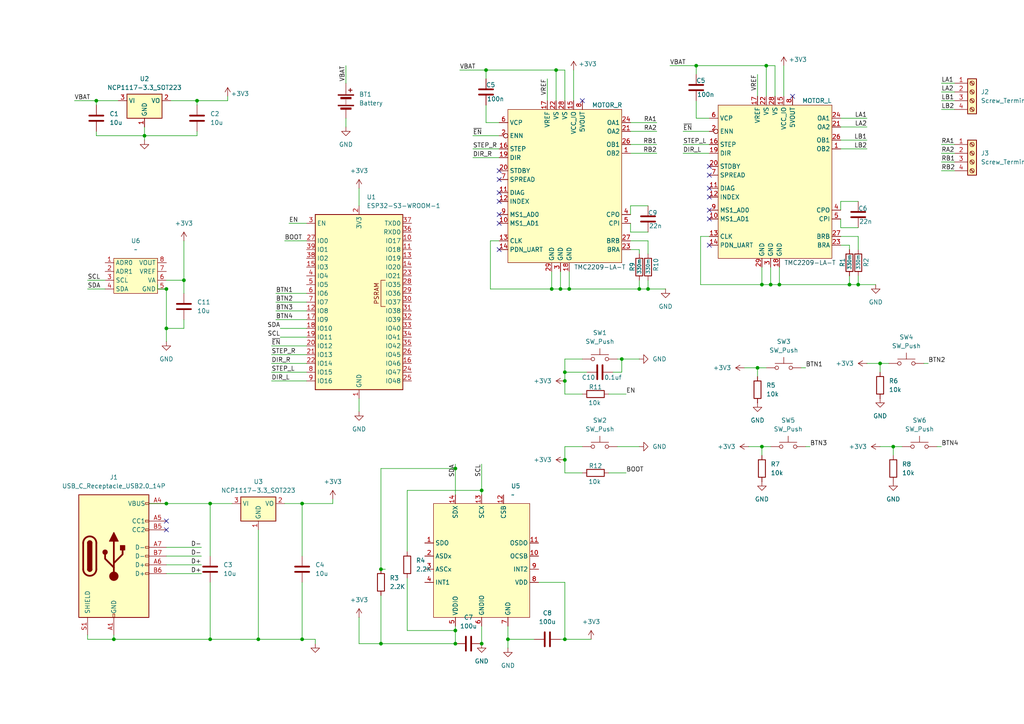
<source format=kicad_sch>
(kicad_sch (version 20250114) (generator "eeschema") (generator_version "9.0")
  (paper "A4")
  (lib_symbols
    (symbol "+3V3_1" (power) (pin_numbers (hide yes)) (pin_names (offset 0) (hide yes))
      (property "Value" "+3V3" (at 0 3.556 0))
      (symbol "+3V3_1_0_1"
        (polyline (pts (xy -0.762 1.27) (xy 0 2.54)))
        (polyline (pts (xy 0 2.54) (xy 0.762 1.27)))
        (polyline (pts (xy 0 0) (xy 0 2.54)))
      )
      (symbol "+3V3_1_1_1"
        (pin power_in line (at 0 0 90) (length 0) (name "~") (number "1"))
      )
    )
    (symbol "+3V3_2" (power) (pin_numbers (hide yes)) (pin_names (offset 0) (hide yes))
      (property "Value" "+3V3" (at 0 3.556 0))
      (symbol "+3V3_2_0_1"
        (polyline (pts (xy -0.762 1.27) (xy 0 2.54)))
        (polyline (pts (xy 0 2.54) (xy 0.762 1.27)))
        (polyline (pts (xy 0 0) (xy 0 2.54)))
      )
      (symbol "+3V3_2_1_1"
        (pin power_in line (at 0 0 90) (length 0) (name "~") (number "1"))
      )
    )
    (symbol "+3V3_3" (power) (pin_numbers (hide yes)) (pin_names (offset 0) (hide yes))
      (property "Value" "+3V3" (at 0 3.556 0))
      (symbol "+3V3_3_0_1"
        (polyline (pts (xy -0.762 1.27) (xy 0 2.54)))
        (polyline (pts (xy 0 2.54) (xy 0.762 1.27)))
        (polyline (pts (xy 0 0) (xy 0 2.54)))
      )
      (symbol "+3V3_3_1_1"
        (pin power_in line (at 0 0 90) (length 0) (name "~") (number "1"))
      )
    )
    (symbol "Connector:Screw_Terminal_01x04" (pin_names (offset 1.016) (hide yes))
      (property "Reference" "J" (at 0 5.08 0))
      (property "Value" "Screw_Terminal_01x04" (at 0 -7.62 0))
      (symbol "Screw_Terminal_01x04_1_1"
        (rectangle (start -1.27 3.81) (end 1.27 -6.35) (stroke (width 0.254)) (fill (type background)))
        (polyline (pts (xy -0.5334 2.8702) (xy 0.3302 2.032)) (stroke (width 0.1524)))
        (polyline (pts (xy -0.5334 0.3302) (xy 0.3302 -0.508)) (stroke (width 0.1524)))
        (polyline (pts (xy -0.5334 -2.2098) (xy 0.3302 -3.048)) (stroke (width 0.1524)))
        (polyline (pts (xy -0.5334 -4.7498) (xy 0.3302 -5.588)) (stroke (width 0.1524)))
        (polyline (pts (xy -0.3556 3.048) (xy 0.508 2.2098)) (stroke (width 0.1524)))
        (polyline (pts (xy -0.3556 0.508) (xy 0.508 -0.3302)) (stroke (width 0.1524)))
        (polyline (pts (xy -0.3556 -2.032) (xy 0.508 -2.8702)) (stroke (width 0.1524)))
        (polyline (pts (xy -0.3556 -4.572) (xy 0.508 -5.4102)) (stroke (width 0.1524)))
        (circle (center 0 2.54) (radius 0.635) (stroke (width 0.1524)))
        (circle (center 0 0) (radius 0.635) (stroke (width 0.1524)))
        (circle (center 0 -2.54) (radius 0.635) (stroke (width 0.1524)))
        (circle (center 0 -5.08) (radius 0.635) (stroke (width 0.1524)))
        (pin passive line (at -5.08 2.54 0) (length 3.81) (name "Pin_1") (number "1"))
        (pin passive line (at -5.08 0 0) (length 3.81) (name "Pin_2") (number "2"))
        (pin passive line (at -5.08 -2.54 0) (length 3.81) (name "Pin_3") (number "3"))
        (pin passive line (at -5.08 -5.08 0) (length 3.81) (name "Pin_4") (number "4"))
      )
    )
    (symbol "Connector:USB_C_Receptacle_USB2.0_14P" (pin_names (offset 1.016))
      (property "Reference" "J" (at 0 22.225 0))
      (property "Value" "USB_C_Receptacle_USB2.0_14P" (at 0 19.685 0))
      (symbol "USB_C_Receptacle_USB2.0_14P_0_0"
        (rectangle (start -0.254 -17.78) (end 0.254 -16.764))
        (rectangle (start 10.16 15.494) (end 9.144 14.986))
        (rectangle (start 10.16 10.414) (end 9.144 9.906))
        (rectangle (start 10.16 7.874) (end 9.144 7.366))
        (rectangle (start 10.16 2.794) (end 9.144 2.286))
        (rectangle (start 10.16 0.254) (end 9.144 -0.254))
        (rectangle (start 10.16 -2.286) (end 9.144 -2.794))
        (rectangle (start 10.16 -4.826) (end 9.144 -5.334))
      )
      (symbol "USB_C_Receptacle_USB2.0_14P_0_1"
        (rectangle (start -10.16 17.78) (end 10.16 -17.78) (stroke (width 0.254)) (fill (type background)))
        (polyline (pts (xy -8.89 -3.81) (xy -8.89 3.81)) (stroke (width 0.508)))
        (rectangle (start -7.62 -3.81) (end -6.35 3.81) (stroke (width 0.254)) (fill (type outline)))
        (arc (start -7.62 3.81) (mid -6.985 4.4423) (end -6.35 3.81) (stroke (width 0.254)))
        (arc (start -7.62 3.81) (mid -6.985 4.4423) (end -6.35 3.81) (stroke (width 0.254)) (fill (type outline)))
        (arc (start -8.89 3.81) (mid -6.985 5.7067) (end -5.08 3.81) (stroke (width 0.508)))
        (arc (start -5.08 -3.81) (mid -6.985 -5.7067) (end -8.89 -3.81) (stroke (width 0.508)))
        (arc (start -6.35 -3.81) (mid -6.985 -4.4423) (end -7.62 -3.81) (stroke (width 0.254)))
        (arc (start -6.35 -3.81) (mid -6.985 -4.4423) (end -7.62 -3.81) (stroke (width 0.254)) (fill (type outline)))
        (polyline (pts (xy -5.08 3.81) (xy -5.08 -3.81)) (stroke (width 0.508)))
        (circle (center -2.54 1.143) (radius 0.635) (stroke (width 0.254)) (fill (type outline)))
        (polyline (pts (xy -1.27 4.318) (xy 0 6.858) (xy 1.27 4.318) (xy -1.27 4.318)) (stroke (width 0.254)) (fill (type outline)))
        (polyline (pts (xy 0 -2.032) (xy 2.54 0.508) (xy 2.54 1.778)) (stroke (width 0.508)))
        (polyline (pts (xy 0 -3.302) (xy -2.54 -0.762) (xy -2.54 0.508)) (stroke (width 0.508)))
        (polyline (pts (xy 0 -5.842) (xy 0 4.318)) (stroke (width 0.508)))
        (circle (center 0 -5.842) (radius 1.27) (fill (type outline)))
        (rectangle (start 1.905 1.778) (end 3.175 3.048) (stroke (width 0.254)) (fill (type outline)))
      )
      (symbol "USB_C_Receptacle_USB2.0_14P_1_1"
        (pin passive line (at -7.62 -22.86 90) (length 5.08) (name "SHIELD") (number "S1"))
        (pin passive line (at 0 -22.86 90) (length 5.08) (name "GND") (number "A1"))
        (pin passive line (at 0 -22.86 90) (length 5.08) (hide yes) (name "GND") (number "A12"))
        (pin passive line (at 0 -22.86 90) (length 5.08) (hide yes) (name "GND") (number "B1"))
        (pin passive line (at 0 -22.86 90) (length 5.08) (hide yes) (name "GND") (number "B12"))
        (pin passive line (at 15.24 15.24 180) (length 5.08) (name "VBUS") (number "A4"))
        (pin passive line (at 15.24 15.24 180) (length 5.08) (hide yes) (name "VBUS") (number "A9"))
        (pin passive line (at 15.24 15.24 180) (length 5.08) (hide yes) (name "VBUS") (number "B4"))
        (pin passive line (at 15.24 15.24 180) (length 5.08) (hide yes) (name "VBUS") (number "B9"))
        (pin bidirectional line (at 15.24 10.16 180) (length 5.08) (name "CC1") (number "A5"))
        (pin bidirectional line (at 15.24 7.62 180) (length 5.08) (name "CC2") (number "B5"))
        (pin bidirectional line (at 15.24 2.54 180) (length 5.08) (name "D-") (number "A7"))
        (pin bidirectional line (at 15.24 0 180) (length 5.08) (name "D-") (number "B7"))
        (pin bidirectional line (at 15.24 -2.54 180) (length 5.08) (name "D+") (number "A6"))
        (pin bidirectional line (at 15.24 -5.08 180) (length 5.08) (name "D+") (number "B6"))
      )
    )
    (symbol "DAC081C:DAC081C08x_8-bit"
      (property "Reference" "U" (at 0 0 0))
      (symbol "DAC081C08x_8-bit_0_1"
        (rectangle (start -2.54 7.62) (end -2.54 7.62))
      )
      (symbol "DAC081C08x_8-bit_1_1"
        (rectangle (start -6.35 12.7) (end 6.35 2.54) (fill (type background)))
        (pin input line (at -8.89 11.43 0) (length 2.54) (name "ADR0") (number "1"))
        (pin input line (at -8.89 8.89 0) (length 2.54) (name "ADR1") (number "2"))
        (pin input line (at -8.89 6.35 0) (length 2.54) (name "SCL") (number "3"))
        (pin bidirectional line (at -8.89 3.81 0) (length 2.54) (name "SDA") (number "4"))
        (pin power_out line (at 8.89 11.43 180) (length 2.54) (name "VOUT") (number "8"))
        (pin power_in line (at 8.89 8.89 180) (length 2.54) (name "VREF") (number "7"))
        (pin power_in line (at 8.89 6.35 180) (length 2.54) (name "VA") (number "6"))
        (pin power_in line (at 8.89 3.81 180) (length 2.54) (name "GND") (number "5"))
      )
    )
    (symbol "Device:Battery" (pin_numbers (hide yes)) (pin_names (offset 0) (hide yes))
      (property "Reference" "BT" (at 2.54 2.54 0))
      (property "Value" "Battery" (at 2.54 0 0))
      (symbol "Battery_0_1"
        (rectangle (start -2.286 1.778) (end 2.286 1.524) (fill (type outline)))
        (rectangle (start -2.286 -1.27) (end 2.286 -1.524) (fill (type outline)))
        (rectangle (start -1.524 1.016) (end 1.524 0.508) (fill (type outline)))
        (rectangle (start -1.524 -2.032) (end 1.524 -2.54) (fill (type outline)))
        (polyline (pts (xy 0 1.778) (xy 0 2.54)))
        (polyline (pts (xy 0 0) (xy 0 0.254)))
        (polyline (pts (xy 0 -0.508) (xy 0 -0.254)))
        (polyline (pts (xy 0 -1.016) (xy 0 -0.762)))
        (polyline (pts (xy 0.762 3.048) (xy 1.778 3.048)) (stroke (width 0.254)))
        (polyline (pts (xy 1.27 3.556) (xy 1.27 2.54)) (stroke (width 0.254)))
      )
      (symbol "Battery_1_1"
        (pin passive line (at 0 5.08 270) (length 2.54) (name "+") (number "1"))
        (pin passive line (at 0 -5.08 90) (length 2.54) (name "-") (number "2"))
      )
    )
    (symbol "Device:C" (pin_numbers (hide yes)) (pin_names (offset 0.254))
      (property "Reference" "C" (at 0.635 2.54 0))
      (property "Value" "C" (at 0.635 -2.54 0))
      (symbol "C_0_1"
        (polyline (pts (xy -2.032 0.762) (xy 2.032 0.762)) (stroke (width 0.508)))
        (polyline (pts (xy -2.032 -0.762) (xy 2.032 -0.762)) (stroke (width 0.508)))
      )
      (symbol "C_1_1"
        (pin passive line (at 0 3.81 270) (length 2.794) (name "~") (number "1"))
        (pin passive line (at 0 -3.81 90) (length 2.794) (name "~") (number "2"))
      )
    )
    (symbol "Device:R" (pin_numbers (hide yes)) (pin_names (offset 0))
      (property "Reference" "R" (at 2.032 0 90))
      (property "Value" "R" (at 0 0 90))
      (symbol "R_0_1"
        (rectangle (start -1.016 -2.54) (end 1.016 2.54) (stroke (width 0.254)))
      )
      (symbol "R_1_1"
        (pin passive line (at 0 3.81 270) (length 1.27) (name "~") (number "1"))
        (pin passive line (at 0 -3.81 90) (length 1.27) (name "~") (number "2"))
      )
    )
    (symbol "GND_1" (power) (pin_numbers (hide yes)) (pin_names (offset 0) (hide yes))
      (property "Value" "GND" (at 0 -3.81 0))
      (symbol "GND_1_0_1"
        (polyline (pts (xy 0 0) (xy 0 -1.27) (xy 1.27 -1.27) (xy 0 -2.54) (xy -1.27 -1.27) (xy 0 -1.27)))
      )
      (symbol "GND_1_1_1"
        (pin power_in line (at 0 0 270) (length 0) (name "~") (number "1"))
      )
    )
    (symbol "GND_2" (power) (pin_numbers (hide yes)) (pin_names (offset 0) (hide yes))
      (property "Value" "GND" (at 0 -3.81 0))
      (symbol "GND_2_0_1"
        (polyline (pts (xy 0 0) (xy 0 -1.27) (xy 1.27 -1.27) (xy 0 -2.54) (xy -1.27 -1.27) (xy 0 -1.27)))
      )
      (symbol "GND_2_1_1"
        (pin power_in line (at 0 0 270) (length 0) (name "~") (number "1"))
      )
    )
    (symbol "GND_3" (power) (pin_numbers (hide yes)) (pin_names (offset 0) (hide yes))
      (property "Value" "GND" (at 0 -3.81 0))
      (symbol "GND_3_0_1"
        (polyline (pts (xy 0 0) (xy 0 -1.27) (xy 1.27 -1.27) (xy 0 -2.54) (xy -1.27 -1.27) (xy 0 -1.27)))
      )
      (symbol "GND_3_1_1"
        (pin power_in line (at 0 0 270) (length 0) (name "~") (number "1"))
      )
    )
    (symbol "GND_4" (power) (pin_numbers (hide yes)) (pin_names (offset 0) (hide yes))
      (property "Value" "GND" (at 0 -3.81 0))
      (symbol "GND_4_0_1"
        (polyline (pts (xy 0 0) (xy 0 -1.27) (xy 1.27 -1.27) (xy 0 -2.54) (xy -1.27 -1.27) (xy 0 -1.27)))
      )
      (symbol "GND_4_1_1"
        (pin power_in line (at 0 0 270) (length 0) (name "~") (number "1"))
      )
    )
    (symbol "RF_Module:ESP32-S3-WROOM-1"
      (property "Reference" "U" (at -12.7 26.67 0))
      (property "Value" "ESP32-S3-WROOM-1" (at 12.7 26.67 0))
      (symbol "ESP32-S3-WROOM-1_0_0"
        (rectangle (start -12.7 25.4) (end 12.7 -25.4) (stroke (width 0.254)) (fill (type background)))
        (text "PSRAM" (at 5.08 2.54 900) (effects (font (size 1.27 1.27))))
      )
      (symbol "ESP32-S3-WROOM-1_0_1"
        (polyline (pts (xy 7.62 -1.27) (xy 6.35 -1.27) (xy 6.35 6.35) (xy 7.62 6.35)))
      )
      (symbol "ESP32-S3-WROOM-1_1_1"
        (pin input line (at -15.24 22.86 0) (length 2.54) (name "EN") (number "3"))
        (pin bidirectional line (at -15.24 17.78 0) (length 2.54) (name "IO0") (number "27"))
        (pin bidirectional line (at -15.24 15.24 0) (length 2.54) (name "IO1") (number "39"))
        (pin bidirectional line (at -15.24 12.7 0) (length 2.54) (name "IO2") (number "38"))
        (pin bidirectional line (at -15.24 10.16 0) (length 2.54) (name "IO3") (number "15"))
        (pin bidirectional line (at -15.24 7.62 0) (length 2.54) (name "IO4") (number "4"))
        (pin bidirectional line (at -15.24 5.08 0) (length 2.54) (name "IO5") (number "5"))
        (pin bidirectional line (at -15.24 2.54 0) (length 2.54) (name "IO6") (number "6"))
        (pin bidirectional line (at -15.24 0 0) (length 2.54) (name "IO7") (number "7"))
        (pin bidirectional line (at -15.24 -2.54 0) (length 2.54) (name "IO8") (number "12"))
        (pin bidirectional line (at -15.24 -5.08 0) (length 2.54) (name "IO9") (number "17"))
        (pin bidirectional line (at -15.24 -7.62 0) (length 2.54) (name "IO10") (number "18"))
        (pin bidirectional line (at -15.24 -10.16 0) (length 2.54) (name "IO11") (number "19"))
        (pin bidirectional line (at -15.24 -12.7 0) (length 2.54) (name "IO12") (number "20"))
        (pin bidirectional line (at -15.24 -15.24 0) (length 2.54) (name "IO13") (number "21"))
        (pin bidirectional line (at -15.24 -17.78 0) (length 2.54) (name "IO14") (number "22"))
        (pin bidirectional line (at -15.24 -20.32 0) (length 2.54) (name "IO15") (number "8"))
        (pin bidirectional line (at -15.24 -22.86 0) (length 2.54) (name "IO16") (number "9"))
        (pin power_in line (at 0 27.94 270) (length 2.54) (name "3V3") (number "2"))
        (pin power_in line (at 0 -27.94 90) (length 2.54) (name "GND") (number "1"))
        (pin passive line (at 0 -27.94 90) (length 2.54) (hide yes) (name "GND") (number "40"))
        (pin passive line (at 0 -27.94 90) (length 2.54) (hide yes) (name "GND") (number "41"))
        (pin bidirectional line (at 15.24 22.86 180) (length 2.54) (name "TXD0") (number "37"))
        (pin bidirectional line (at 15.24 20.32 180) (length 2.54) (name "RXD0") (number "36"))
        (pin bidirectional line (at 15.24 17.78 180) (length 2.54) (name "IO17") (number "10"))
        (pin bidirectional line (at 15.24 15.24 180) (length 2.54) (name "IO18") (number "11"))
        (pin bidirectional line (at 15.24 12.7 180) (length 2.54) (name "IO19") (number "13"))
        (pin bidirectional line (at 15.24 10.16 180) (length 2.54) (name "IO20") (number "14"))
        (pin bidirectional line (at 15.24 7.62 180) (length 2.54) (name "IO21") (number "23"))
        (pin bidirectional line (at 15.24 5.08 180) (length 2.54) (name "IO35") (number "28"))
        (pin bidirectional line (at 15.24 2.54 180) (length 2.54) (name "IO36") (number "29"))
        (pin bidirectional line (at 15.24 0 180) (length 2.54) (name "IO37") (number "30"))
        (pin bidirectional line (at 15.24 -2.54 180) (length 2.54) (name "IO38") (number "31"))
        (pin bidirectional line (at 15.24 -5.08 180) (length 2.54) (name "IO39") (number "32"))
        (pin bidirectional line (at 15.24 -7.62 180) (length 2.54) (name "IO40") (number "33"))
        (pin bidirectional line (at 15.24 -10.16 180) (length 2.54) (name "IO41") (number "34"))
        (pin bidirectional line (at 15.24 -12.7 180) (length 2.54) (name "IO42") (number "35"))
        (pin bidirectional line (at 15.24 -15.24 180) (length 2.54) (name "IO45") (number "26"))
        (pin bidirectional line (at 15.24 -17.78 180) (length 2.54) (name "IO46") (number "16"))
        (pin bidirectional line (at 15.24 -20.32 180) (length 2.54) (name "IO47") (number "24"))
        (pin bidirectional line (at 15.24 -22.86 180) (length 2.54) (name "IO48") (number "25"))
      )
    )
    (symbol "Regulator_Linear:NCP1117-3.3_SOT223"
      (property "Reference" "U" (at -3.81 3.175 0))
      (property "Value" "NCP1117-3.3_SOT223" (at 0 3.175 0))
      (symbol "NCP1117-3.3_SOT223_0_1"
        (rectangle (start -5.08 -5.08) (end 5.08 1.905) (stroke (width 0.254)) (fill (type background)))
      )
      (symbol "NCP1117-3.3_SOT223_1_1"
        (pin power_in line (at -7.62 0 0) (length 2.54) (name "VI") (number "3"))
        (pin power_in line (at 0 -7.62 90) (length 2.54) (name "GND") (number "1"))
        (pin power_out line (at 7.62 0 180) (length 2.54) (name "VO") (number "2"))
      )
    )
    (symbol "Switch:SW_Push" (pin_numbers (hide yes)) (pin_names (offset 1.016) (hide yes))
      (property "Reference" "SW" (at 1.27 2.54 0))
      (property "Value" "SW_Push" (at 0 -1.524 0))
      (symbol "SW_Push_0_1"
        (circle (center -2.032 0) (radius 0.508))
        (polyline (pts (xy 0 1.27) (xy 0 3.048)))
        (circle (center 2.032 0) (radius 0.508))
        (polyline (pts (xy 2.54 1.27) (xy -2.54 1.27)))
        (pin passive line (at -5.08 0 0) (length 2.54) (name "1") (number "1"))
        (pin passive line (at 5.08 0 180) (length 2.54) (name "2") (number "2"))
      )
    )
    (symbol "TMC2209-LA-T:TMC2209-LA-T"
      (property "Reference" "U" (at -15.24 -22.86 0))
      (symbol "TMC2209-LA-T_1_1"
        (rectangle (start -16.51 22.86) (end 16.51 -21.59) (fill (type background)))
        (text "TMC2209-LA-T\n" (at 10.16 -22.86 0) (effects (font (size 1.27 1.27))))
        (pin power_in line (at -19.05 19.05 0) (length 2.54) (name "VCP") (number "6"))
        (pin input inverted (at -19.05 15.24 0) (length 2.54) (name "ENN") (number "2"))
        (pin input line (at -19.05 11.43 0) (length 2.54) (name "STEP") (number "16"))
        (pin input line (at -19.05 8.89 0) (length 2.54) (name "DIR") (number "19"))
        (pin input line (at -19.05 5.08 0) (length 2.54) (name "STDBY") (number "20"))
        (pin input line (at -19.05 2.54 0) (length 2.54) (name "SPREAD") (number "7"))
        (pin output line (at -19.05 -1.27 0) (length 2.54) (name "DIAG") (number "11"))
        (pin output line (at -19.05 -3.81 0) (length 2.54) (name "INDEX") (number "12"))
        (pin input line (at -19.05 -7.62 0) (length 2.54) (name "MS1_AD0") (number "9"))
        (pin input line (at -19.05 -10.16 0) (length 2.54) (name "MS1_AD1") (number "10"))
        (pin input line (at -19.05 -15.24 0) (length 2.54) (name "CLK") (number "13"))
        (pin bidirectional line (at -19.05 -17.78 0) (length 2.54) (name "PDN_UART") (number "14"))
        (pin input line (at -5.08 25.4 270) (length 2.54) (name "VREF") (number "17"))
        (pin power_in line (at -3.81 -24.13 90) (length 2.54) (name "GND") (number "29"))
        (pin power_in line (at -2.54 25.4 270) (length 2.54) (name "VS") (number "22"))
        (pin power_in line (at -1.27 -24.13 90) (length 2.54) (name "GND") (number "3"))
        (pin power_in line (at 0 25.4 270) (length 2.54) (name "VS") (number "28"))
        (pin power_in line (at 1.27 -24.13 90) (length 2.54) (name "GND") (number "18"))
        (pin power_in line (at 2.54 25.4 270) (length 2.54) (name "VCC_IO") (number "15"))
        (pin power_out line (at 5.08 25.4 270) (length 2.54) (name "5VOUT") (number "8"))
        (pin output line (at 19.05 19.05 180) (length 2.54) (name "OA1") (number "24"))
        (pin output line (at 19.05 16.51 180) (length 2.54) (name "OA2") (number "21"))
        (pin output line (at 19.05 12.7 180) (length 2.54) (name "OB1") (number "26"))
        (pin output line (at 19.05 10.16 180) (length 2.54) (name "OB2") (number "1"))
        (pin output line (at 19.05 -7.62 180) (length 2.54) (name "CPO") (number "4"))
        (pin input line (at 19.05 -10.16 180) (length 2.54) (name "CPI") (number "5"))
        (pin input line (at 19.05 -15.24 180) (length 2.54) (name "BRB") (number "27"))
        (pin input line (at 19.05 -17.78 180) (length 2.54) (name "BRA") (number "23"))
      )
    )
    (symbol "bmi270:BMI270"
      (property "Reference" "U" (at 0 0 0))
      (symbol "BMI270_1_1"
        (rectangle (start 0 33.02) (end 27.94 0) (fill (type background)))
        (pin bidirectional line (at -2.54 21.59 0) (length 2.54) (name "SDO") (number "1"))
        (pin bidirectional line (at -2.54 17.78 0) (length 2.54) (name "ASDx") (number "2"))
        (pin output line (at -2.54 13.97 0) (length 2.54) (name "ASCx") (number "3"))
        (pin output line (at -2.54 10.16 0) (length 2.54) (name "INT1") (number "4"))
        (pin bidirectional line (at 6.35 35.56 270) (length 2.54) (name "SDX") (number "14"))
        (pin power_in line (at 6.35 -2.54 90) (length 2.54) (name "VDDIO") (number "5"))
        (pin input line (at 13.97 35.56 270) (length 2.54) (name "SCX") (number "13"))
        (pin power_in line (at 13.97 -2.54 90) (length 2.54) (name "GNDIO") (number "6"))
        (pin input line (at 20.32 35.56 270) (length 2.54) (name "CSB") (number "12"))
        (pin power_in line (at 21.59 -2.54 90) (length 2.54) (name "GND") (number "7"))
        (pin output line (at 30.48 21.59 180) (length 2.54) (name "OSDO") (number "11"))
        (pin passive line (at 30.48 17.78 180) (length 2.54) (name "OCSB") (number "10"))
        (pin output line (at 30.48 13.97 180) (length 2.54) (name "INT2") (number "9"))
        (pin power_in line (at 30.48 10.16 180) (length 2.54) (name "VDD") (number "8"))
      )
    )
    (symbol "power:+3.3V" (power) (pin_numbers (hide yes)) (pin_names (offset 0) (hide yes))
      (property "Value" "+3.3V" (at 0 3.556 0))
      (symbol "+3.3V_0_1"
        (polyline (pts (xy -0.762 1.27) (xy 0 2.54)))
        (polyline (pts (xy 0 2.54) (xy 0.762 1.27)))
        (polyline (pts (xy 0 0) (xy 0 2.54)))
      )
      (symbol "+3.3V_1_1"
        (pin power_in line (at 0 0 90) (length 0) (name "~") (number "1"))
      )
    )
    (symbol "power:+3V3" (power) (pin_names (offset 0))
      (property "Value" "+3V3" (at 0 3.556 0))
      (symbol "+3V3_0_1"
        (polyline (pts (xy -0.762 1.27) (xy 0 2.54)))
        (polyline (pts (xy 0 2.54) (xy 0.762 1.27)))
        (polyline (pts (xy 0 0) (xy 0 2.54)))
      )
      (symbol "+3V3_1_1"
        (pin power_in line (at 0 0 90) (length 0) (hide yes) (name "+3V3") (number "1"))
      )
    )
    (symbol "power:GND" (power) (pin_names (offset 0))
      (property "Value" "GND" (at 0 -3.81 0))
      (symbol "GND_0_1"
        (polyline (pts (xy 0 0) (xy 0 -1.27) (xy 1.27 -1.27) (xy 0 -2.54) (xy -1.27 -1.27) (xy 0 -1.27)))
      )
      (symbol "GND_1_1"
        (pin power_in line (at 0 0 270) (length 0) (hide yes) (name "GND") (number "1"))
      )
    )
  )
  (junction (at 132.08 135.89))
  (junction (at 185.42 83.82))
  (junction (at 74.93 185.42))
  (junction (at 246.38 82.55))
  (junction (at 57.15 29.21))
  (junction (at 220.98 82.55))
  (junction (at 132.08 182.88))
  (junction (at 226.06 82.55))
  (junction (at 248.92 82.55))
  (junction (at 223.52 82.55))
  (junction (at 53.34 81.28))
  (junction (at 160.02 83.82))
  (junction (at 163.83 185.42))
  (junction (at 165.1 83.82))
  (junction (at 87.63 185.42))
  (junction (at 187.96 83.82))
  (junction (at 140.97 20.32))
  (junction (at 163.83 133.35))
  (junction (at 132.08 186.69))
  (junction (at 163.83 107.95))
  (junction (at 180.34 104.14))
  (junction (at 48.26 83.82))
  (junction (at 201.93 19.05))
  (junction (at 139.7 142.24))
  (junction (at 163.83 110.49))
  (junction (at 27.94 29.21))
  (junction (at 220.98 129.54))
  (junction (at 33.02 185.42))
  (junction (at 219.71 106.68))
  (junction (at 48.26 146.05))
  (junction (at 110.49 186.69))
  (junction (at 162.56 83.82))
  (junction (at 60.96 146.05))
  (junction (at 87.63 146.05))
  (junction (at 222.25 19.05))
  (junction (at 139.7 186.69))
  (junction (at 161.29 20.32))
  (junction (at 48.26 95.25))
  (junction (at 110.49 165.1))
  (junction (at 41.91 39.37))
  (junction (at 259.08 129.54))
  (junction (at 147.32 185.42))
  (junction (at 255.27 105.41))
  (junction (at 60.96 185.42))
  (no_connect (at 144.78 62.23))
  (no_connect (at 144.78 58.42))
  (no_connect (at 205.74 60.96))
  (no_connect (at 144.78 72.39))
  (no_connect (at 205.74 48.26))
  (no_connect (at 48.26 151.13))
  (no_connect (at 205.74 50.8))
  (no_connect (at 168.91 29.21))
  (no_connect (at 205.74 57.15))
  (no_connect (at 205.74 63.5))
  (no_connect (at 144.78 52.07))
  (no_connect (at 48.26 153.67))
  (no_connect (at 144.78 49.53))
  (no_connect (at 144.78 55.88))
  (no_connect (at 205.74 71.12))
  (no_connect (at 229.87 27.94))
  (no_connect (at 144.78 64.77))
  (no_connect (at 205.74 54.61))
  (wire (pts (xy 222.25 19.05) (xy 222.25 27.94)))
  (wire (pts (xy 223.52 77.47) (xy 223.52 82.55)))
  (wire (pts (xy 163.83 104.14) (xy 168.91 104.14)))
  (wire (pts (xy 140.97 30.48) (xy 140.97 35.56)))
  (wire (pts (xy 118.11 142.24) (xy 139.7 142.24)))
  (wire (pts (xy 248.92 82.55) (xy 254 82.55)))
  (wire (pts (xy 83.82 64.77) (xy 88.9 64.77)))
  (wire (pts (xy 273.05 31.75) (xy 276.86 31.75)))
  (wire (pts (xy 243.84 40.64) (xy 251.46 40.64)))
  (wire (pts (xy 163.83 129.54) (xy 168.91 129.54)))
  (wire (pts (xy 187.96 83.82) (xy 193.04 83.82)))
  (wire (pts (xy 163.83 133.35) (xy 163.83 137.16)))
  (wire (pts (xy 78.74 102.87) (xy 88.9 102.87)))
  (wire (pts (xy 273.05 26.67) (xy 276.86 26.67)))
  (wire (pts (xy 177.8 107.95) (xy 180.34 107.95)))
  (wire (pts (xy 104.14 186.69) (xy 110.49 186.69)))
  (wire (pts (xy 110.49 135.89) (xy 132.08 135.89)))
  (wire (pts (xy 194.31 19.05) (xy 201.93 19.05)))
  (wire (pts (xy 180.34 107.95) (xy 180.34 104.14)))
  (wire (pts (xy 137.16 39.37) (xy 144.78 39.37)))
  (wire (pts (xy 78.74 100.33) (xy 88.9 100.33)))
  (wire (pts (xy 100.33 34.29) (xy 100.33 36.83)))
  (wire (pts (xy 259.08 129.54) (xy 261.62 129.54)))
  (wire (pts (xy 243.84 36.83) (xy 251.46 36.83)))
  (wire (pts (xy 87.63 185.42) (xy 91.44 185.42)))
  (wire (pts (xy 185.42 83.82) (xy 187.96 83.82)))
  (wire (pts (xy 203.2 68.58) (xy 203.2 82.55)))
  (wire (pts (xy 201.93 19.05) (xy 222.25 19.05)))
  (wire (pts (xy 49.53 29.21) (xy 57.15 29.21)))
  (wire (pts (xy 41.91 39.37) (xy 57.15 39.37)))
  (wire (pts (xy 163.83 110.49) (xy 163.83 107.95)))
  (wire (pts (xy 255.27 105.41) (xy 255.27 107.95)))
  (wire (pts (xy 110.49 165.1) (xy 110.49 135.89)))
  (wire (pts (xy 160.02 78.74) (xy 160.02 83.82)))
  (wire (pts (xy 48.26 166.37) (xy 58.42 166.37)))
  (wire (pts (xy 201.93 19.05) (xy 201.93 21.59)))
  (wire (pts (xy 273.05 24.13) (xy 276.86 24.13)))
  (wire (pts (xy 179.07 129.54) (xy 185.42 129.54)))
  (wire (pts (xy 224.79 19.05) (xy 224.79 27.94)))
  (wire (pts (xy 60.96 168.91) (xy 60.96 185.42)))
  (wire (pts (xy 217.17 129.54) (xy 220.98 129.54)))
  (wire (pts (xy 91.44 185.42) (xy 91.44 186.69)))
  (wire (pts (xy 81.28 97.79) (xy 88.9 97.79)))
  (wire (pts (xy 60.96 161.29) (xy 60.96 146.05)))
  (wire (pts (xy 41.91 36.83) (xy 41.91 39.37)))
  (wire (pts (xy 57.15 29.21) (xy 57.15 30.48)))
  (wire (pts (xy 198.12 41.91) (xy 205.74 41.91)))
  (wire (pts (xy 163.83 185.42) (xy 171.45 185.42)))
  (wire (pts (xy 139.7 134.62) (xy 139.7 142.24)))
  (wire (pts (xy 273.05 129.54) (xy 271.78 129.54)))
  (wire (pts (xy 273.05 44.45) (xy 276.86 44.45)))
  (wire (pts (xy 176.53 137.16) (xy 181.61 137.16)))
  (wire (pts (xy 45.72 82.55) (xy 45.72 83.82)))
  (wire (pts (xy 182.88 69.85) (xy 187.96 69.85)))
  (wire (pts (xy 182.88 41.91) (xy 190.5 41.91)))
  (wire (pts (xy 243.84 60.96) (xy 243.84 58.42)))
  (wire (pts (xy 110.49 186.69) (xy 132.08 186.69)))
  (wire (pts (xy 132.08 181.61) (xy 132.08 182.88)))
  (wire (pts (xy 53.34 69.85) (xy 53.34 81.28)))
  (wire (pts (xy 78.74 105.41) (xy 88.9 105.41)))
  (wire (pts (xy 81.28 95.25) (xy 88.9 95.25)))
  (wire (pts (xy 48.26 161.29) (xy 58.42 161.29)))
  (wire (pts (xy 41.91 40.64) (xy 41.91 39.37)))
  (wire (pts (xy 219.71 106.68) (xy 222.25 106.68)))
  (wire (pts (xy 234.95 129.54) (xy 233.68 129.54)))
  (wire (pts (xy 53.34 95.25) (xy 48.26 95.25)))
  (wire (pts (xy 104.14 179.07) (xy 104.14 186.69)))
  (wire (pts (xy 161.29 20.32) (xy 161.29 29.21)))
  (wire (pts (xy 222.25 19.05) (xy 224.79 19.05)))
  (wire (pts (xy 45.72 83.82) (xy 48.26 83.82)))
  (wire (pts (xy 185.42 72.39) (xy 182.88 72.39)))
  (wire (pts (xy 185.42 73.66) (xy 185.42 72.39)))
  (wire (pts (xy 144.78 69.85) (xy 142.24 69.85)))
  (wire (pts (xy 248.92 66.04) (xy 243.84 66.04)))
  (wire (pts (xy 118.11 160.02) (xy 118.11 142.24)))
  (wire (pts (xy 220.98 82.55) (xy 223.52 82.55)))
  (wire (pts (xy 243.84 34.29) (xy 251.46 34.29)))
  (wire (pts (xy 96.52 146.05) (xy 87.63 146.05)))
  (wire (pts (xy 182.88 44.45) (xy 190.5 44.45)))
  (wire (pts (xy 163.83 107.95) (xy 170.18 107.95)))
  (wire (pts (xy 57.15 38.1) (xy 57.15 39.37)))
  (wire (pts (xy 219.71 106.68) (xy 219.71 109.22)))
  (wire (pts (xy 80.01 87.63) (xy 88.9 87.63)))
  (wire (pts (xy 60.96 185.42) (xy 74.93 185.42)))
  (wire (pts (xy 100.33 19.05) (xy 100.33 24.13)))
  (wire (pts (xy 48.26 158.75) (xy 58.42 158.75)))
  (wire (pts (xy 185.42 81.28) (xy 185.42 83.82)))
  (wire (pts (xy 53.34 81.28) (xy 53.34 85.09)))
  (wire (pts (xy 198.12 44.45) (xy 205.74 44.45)))
  (wire (pts (xy 27.94 29.21) (xy 34.29 29.21)))
  (wire (pts (xy 220.98 129.54) (xy 223.52 129.54)))
  (wire (pts (xy 162.56 78.74) (xy 162.56 83.82)))
  (wire (pts (xy 243.84 66.04) (xy 243.84 63.5)))
  (wire (pts (xy 133.35 20.32) (xy 140.97 20.32)))
  (wire (pts (xy 118.11 182.88) (xy 132.08 182.88)))
  (wire (pts (xy 78.74 107.95) (xy 88.9 107.95)))
  (wire (pts (xy 48.26 95.25) (xy 48.26 99.06)))
  (wire (pts (xy 227.33 19.05) (xy 227.33 27.94)))
  (wire (pts (xy 162.56 83.82) (xy 165.1 83.82)))
  (wire (pts (xy 96.52 144.78) (xy 96.52 146.05)))
  (wire (pts (xy 80.01 90.17) (xy 88.9 90.17)))
  (wire (pts (xy 60.96 146.05) (xy 67.31 146.05)))
  (wire (pts (xy 162.56 185.42) (xy 163.83 185.42)))
  (wire (pts (xy 147.32 181.61) (xy 147.32 185.42)))
  (wire (pts (xy 166.37 20.32) (xy 166.37 29.21)))
  (wire (pts (xy 220.98 129.54) (xy 220.98 132.08)))
  (wire (pts (xy 74.93 153.67) (xy 74.93 185.42)))
  (wire (pts (xy 139.7 142.24) (xy 139.7 143.51)))
  (wire (pts (xy 158.75 22.86) (xy 158.75 29.21)))
  (wire (pts (xy 140.97 20.32) (xy 161.29 20.32)))
  (wire (pts (xy 243.84 58.42) (xy 248.92 58.42)))
  (wire (pts (xy 220.98 77.47) (xy 220.98 82.55)))
  (wire (pts (xy 139.7 181.61) (xy 139.7 186.69)))
  (wire (pts (xy 243.84 68.58) (xy 248.92 68.58)))
  (wire (pts (xy 182.88 67.31) (xy 182.88 64.77)))
  (wire (pts (xy 182.88 38.1) (xy 190.5 38.1)))
  (wire (pts (xy 243.84 43.18) (xy 251.46 43.18)))
  (wire (pts (xy 140.97 35.56) (xy 144.78 35.56)))
  (wire (pts (xy 180.34 104.14) (xy 185.42 104.14)))
  (wire (pts (xy 259.08 129.54) (xy 259.08 132.08)))
  (wire (pts (xy 132.08 135.89) (xy 132.08 143.51)))
  (wire (pts (xy 27.94 39.37) (xy 27.94 38.1)))
  (wire (pts (xy 269.24 105.41) (xy 267.97 105.41)))
  (wire (pts (xy 110.49 172.72) (xy 110.49 186.69)))
  (wire (pts (xy 142.24 83.82) (xy 160.02 83.82)))
  (wire (pts (xy 201.93 34.29) (xy 205.74 34.29)))
  (wire (pts (xy 137.16 45.72) (xy 144.78 45.72)))
  (wire (pts (xy 233.68 106.68) (xy 232.41 106.68)))
  (wire (pts (xy 179.07 104.14) (xy 180.34 104.14)))
  (wire (pts (xy 132.08 134.62) (xy 132.08 135.89)))
  (wire (pts (xy 255.27 105.41) (xy 257.81 105.41)))
  (wire (pts (xy 273.05 46.99) (xy 276.86 46.99)))
  (wire (pts (xy 226.06 77.47) (xy 226.06 82.55)))
  (wire (pts (xy 161.29 20.32) (xy 163.83 20.32)))
  (wire (pts (xy 33.02 185.42) (xy 33.02 184.15)))
  (wire (pts (xy 142.24 69.85) (xy 142.24 83.82)))
  (wire (pts (xy 25.4 185.42) (xy 25.4 184.15)))
  (wire (pts (xy 163.83 185.42) (xy 163.83 168.91)))
  (wire (pts (xy 111.76 165.1) (xy 110.49 165.1)))
  (wire (pts (xy 187.96 81.28) (xy 187.96 83.82)))
  (wire (pts (xy 165.1 78.74) (xy 165.1 83.82)))
  (wire (pts (xy 74.93 185.42) (xy 87.63 185.42)))
  (wire (pts (xy 33.02 185.42) (xy 60.96 185.42)))
  (wire (pts (xy 163.83 114.3) (xy 168.91 114.3)))
  (wire (pts (xy 182.88 62.23) (xy 182.88 59.69)))
  (wire (pts (xy 78.74 110.49) (xy 88.9 110.49)))
  (wire (pts (xy 163.83 107.95) (xy 163.83 104.14)))
  (wire (pts (xy 226.06 82.55) (xy 246.38 82.55)))
  (wire (pts (xy 66.04 29.21) (xy 57.15 29.21)))
  (wire (pts (xy 137.16 43.18) (xy 144.78 43.18)))
  (wire (pts (xy 48.26 81.28) (xy 53.34 81.28)))
  (wire (pts (xy 187.96 67.31) (xy 182.88 67.31)))
  (wire (pts (xy 104.14 115.57) (xy 104.14 119.38)))
  (wire (pts (xy 163.83 20.32) (xy 163.83 29.21)))
  (wire (pts (xy 87.63 168.91) (xy 87.63 185.42)))
  (wire (pts (xy 82.55 69.85) (xy 88.9 69.85)))
  (wire (pts (xy 48.26 83.82) (xy 48.26 95.25)))
  (wire (pts (xy 163.83 129.54) (xy 163.83 133.35)))
  (wire (pts (xy 147.32 185.42) (xy 147.32 187.96)))
  (wire (pts (xy 163.83 110.49) (xy 163.83 114.3)))
  (wire (pts (xy 248.92 68.58) (xy 248.92 72.39)))
  (wire (pts (xy 273.05 41.91) (xy 276.86 41.91)))
  (wire (pts (xy 198.12 38.1) (xy 205.74 38.1)))
  (wire (pts (xy 80.01 85.09) (xy 88.9 85.09)))
  (wire (pts (xy 163.83 137.16) (xy 168.91 137.16)))
  (wire (pts (xy 251.46 105.41) (xy 255.27 105.41)))
  (wire (pts (xy 246.38 71.12) (xy 243.84 71.12)))
  (wire (pts (xy 160.02 83.82) (xy 162.56 83.82)))
  (wire (pts (xy 219.71 21.59) (xy 219.71 27.94)))
  (wire (pts (xy 156.21 168.91) (xy 163.83 168.91)))
  (wire (pts (xy 27.94 39.37) (xy 41.91 39.37)))
  (wire (pts (xy 25.4 83.82) (xy 30.48 83.82)))
  (wire (pts (xy 182.88 35.56) (xy 190.5 35.56)))
  (wire (pts (xy 25.4 81.28) (xy 30.48 81.28)))
  (wire (pts (xy 246.38 72.39) (xy 246.38 71.12)))
  (wire (pts (xy 48.26 146.05) (xy 60.96 146.05)))
  (wire (pts (xy 25.4 185.42) (xy 33.02 185.42)))
  (wire (pts (xy 27.94 29.21) (xy 27.94 30.48)))
  (wire (pts (xy 187.96 69.85) (xy 187.96 73.66)))
  (wire (pts (xy 21.59 29.21) (xy 27.94 29.21)))
  (wire (pts (xy 53.34 92.71) (xy 53.34 95.25)))
  (wire (pts (xy 205.74 68.58) (xy 203.2 68.58)))
  (wire (pts (xy 147.32 185.42) (xy 154.94 185.42)))
  (wire (pts (xy 273.05 29.21) (xy 276.86 29.21)))
  (wire (pts (xy 201.93 29.21) (xy 201.93 34.29)))
  (wire (pts (xy 255.27 129.54) (xy 259.08 129.54)))
  (wire (pts (xy 246.38 80.01) (xy 246.38 82.55)))
  (wire (pts (xy 80.01 92.71) (xy 88.9 92.71)))
  (wire (pts (xy 43.18 146.05) (xy 48.26 146.05)))
  (wire (pts (xy 104.14 54.61) (xy 104.14 59.69)))
  (wire (pts (xy 203.2 82.55) (xy 220.98 82.55)))
  (wire (pts (xy 132.08 182.88) (xy 132.08 186.69)))
  (wire (pts (xy 140.97 20.32) (xy 140.97 22.86)))
  (wire (pts (xy 215.9 106.68) (xy 219.71 106.68)))
  (wire (pts (xy 87.63 146.05) (xy 82.55 146.05)))
  (wire (pts (xy 118.11 167.64) (xy 118.11 182.88)))
  (wire (pts (xy 87.63 146.05) (xy 87.63 161.29)))
  (wire (pts (xy 165.1 83.82) (xy 185.42 83.82)))
  (wire (pts (xy 273.05 49.53) (xy 276.86 49.53)))
  (wire (pts (xy 66.04 27.94) (xy 66.04 29.21)))
  (wire (pts (xy 248.92 80.01) (xy 248.92 82.55)))
  (wire (pts (xy 48.26 163.83) (xy 58.42 163.83)))
  (wire (pts (xy 246.38 82.55) (xy 248.92 82.55)))
  (wire (pts (xy 223.52 82.55) (xy 226.06 82.55)))
  (wire (pts (xy 176.53 114.3) (xy 181.61 114.3)))
  (wire (pts (xy 182.88 59.69) (xy 187.96 59.69)))
  (label "DIR_L" (at 78.74 110.49 0))
  (label "BTN3" (at 234.95 129.54 0))
  (label "DIR_R" (at 78.74 105.41 0))
  (label "VREF" (at 219.71 21.59 270))
  (label "RA2" (at 273.05 44.45 0))
  (label "LB1" (at 273.05 29.21 0))
  (label "SDA" (at 25.4 83.82 0))
  (label "RB2" (at 190.5 44.45 180))
  (label "VREF" (at 158.75 22.86 270))
  (label "BTN1" (at 80.01 85.09 0))
  (label "VBAT" (at 100.33 19.05 270))
  (label "VBAT" (at 21.59 29.21 0))
  (label "~{EN}" (at 78.74 100.33 0))
  (label "D+" (at 58.42 166.37 180))
  (label "D-" (at 58.42 158.75 180))
  (label "RB1" (at 273.05 46.99 0))
  (label "RA2" (at 190.5 38.1 180))
  (label "LA2" (at 273.05 26.67 0))
  (label "STEP_R" (at 78.74 102.87 0))
  (label "VBAT" (at 133.35 20.32 0))
  (label "BTN3" (at 80.01 90.17 0))
  (label "LB2" (at 273.05 31.75 0))
  (label "VBAT" (at 194.31 19.05 0))
  (label "DIR_L" (at 198.12 44.45 0))
  (label "LB1" (at 251.46 40.64 180))
  (label "BOOT" (at 181.61 137.16 0))
  (label "RA1" (at 190.5 35.56 180))
  (label "BOOT" (at 82.55 69.85 0))
  (label "SDA" (at 132.08 134.62 270))
  (label "BTN2" (at 80.01 87.63 0))
  (label "BTN4" (at 80.01 92.71 0))
  (label "BTN4" (at 273.05 129.54 0))
  (label "RB1" (at 190.5 41.91 180))
  (label "D+" (at 58.42 163.83 180))
  (label "LA2" (at 251.46 36.83 180))
  (label "BTN1" (at 233.68 106.68 0))
  (label "STEP_R" (at 137.16 43.18 0))
  (label "SCL" (at 25.4 81.28 0))
  (label "D-" (at 58.42 161.29 180))
  (label "DIR_R" (at 137.16 45.72 0))
  (label "~{EN}" (at 137.16 39.37 0))
  (label "SCL" (at 81.28 97.79 180))
  (label "RB2" (at 273.05 49.53 0))
  (label "~{EN}" (at 198.12 38.1 0))
  (label "LA1" (at 251.46 34.29 180))
  (label "SCL" (at 139.7 134.62 270))
  (label "RA1" (at 273.05 41.91 0))
  (label "LA1" (at 273.05 24.13 0))
  (label "BTN2" (at 269.24 105.41 0))
  (label "EN" (at 83.82 64.77 0))
  (label "SDA" (at 81.28 95.25 180))
  (label "EN" (at 181.61 114.3 0))
  (label "STEP_L" (at 198.12 41.91 0))
  (label "STEP_L" (at 78.74 107.95 0))
  (label "LB2" (at 251.46 43.18 180))
  (symbol (lib_id "power:GND") (at 91.44 186.69 0) (unit 1)
    (property "Reference" "#PWR07" (effects (hide yes)))
    (property "Value" "GND" (effects (hide yes)))
    (property "Description" "Power symbol creates a global label with name \"GND\" , ground" (effects (hide yes)))
  )
  (symbol (lib_id "Connector:Screw_Terminal_01x04") (at 281.94 26.67 0) (unit 1)
    (property "Reference" "J2" (at 284.48 26.6699 0) (effects (justify left)))
    (property "Value" "Screw_Terminal_01x04" (at 284.48 29.2099 0) (effects (justify left)))
    (property "Description" "Generic screw terminal, single row, 01x04, script generated (kicad-library-utils/schlib/autogen/connector/)" (effects (hide yes)))
  )
  (symbol (lib_name "GND_1") (lib_id "power:GND") (at 185.42 129.54 90) (unit 1)
    (property "Reference" "#PWR026" (effects (hide yes)))
    (property "Value" "GND" (at 189.23 129.5399 90) (effects (justify right)))
    (property "Description" "Power symbol creates a global label with name \"GND\" , ground" (effects (hide yes)))
  )
  (symbol (lib_id "Device:C") (at 187.96 63.5 0) (unit 1)
    (property "Reference" "C9" (at 187.96 61.722 0) (effects (justify left)))
    (property "Value" "22n" (at 188.214 65.532 0) (effects (justify left)))
    (property "Description" "Unpolarized capacitor" (effects (hide yes)))
  )
  (symbol (lib_id "Device:R") (at 246.38 76.2 0) (unit 1)
    (property "Reference" "R1" (at 244.348 77.47 90) (effects (justify left)))
    (property "Value" "330m" (at 246.38 78.232 90) (effects (font (size 1.016 1.016)) (justify left)))
    (property "Description" "Resistor" (effects (hide yes)))
  )
  (symbol (lib_id "power:+3.3V") (at 163.83 110.49 90) (unit 1)
    (property "Reference" "#PWR023" (effects (hide yes)))
    (property "Value" "+3V3" (at 160.02 110.4899 90) (effects (justify left)))
    (property "Description" "Power symbol creates a global label with name \"+3.3V\"" (effects (hide yes)))
  )
  (symbol (lib_name "GND_3") (lib_id "power:GND") (at 255.27 115.57 0) (unit 1)
    (property "Reference" "#PWR017" (effects (hide yes)))
    (property "Value" "GND" (at 255.27 120.65 0))
    (property "Description" "Power symbol creates a global label with name \"GND\" , ground" (effects (hide yes)))
  )
  (symbol (lib_name "GND_3") (lib_id "power:GND") (at 259.08 139.7 0) (unit 1)
    (property "Reference" "#PWR021" (effects (hide yes)))
    (property "Value" "GND" (at 259.08 144.78 0))
    (property "Description" "Power symbol creates a global label with name \"GND\" , ground" (effects (hide yes)))
  )
  (symbol (lib_id "Device:C") (at 140.97 26.67 0) (unit 1)
    (property "Reference" "C5" (at 140.97 24.638 0) (effects (justify left)))
    (property "Value" "100n" (at 141.224 28.702 0) (effects (justify left)))
    (property "Description" "Unpolarized capacitor" (effects (hide yes)))
  )
  (symbol (lib_id "bmi270:BMI270") (at 125.73 179.07 0) (unit 1)
    (property "Reference" "U5" (at 148.1933 140.97 0) (effects (justify left)))
    (property "Value" "~" (at 148.1933 143.51 0) (effects (justify left)))
  )
  (symbol (lib_id "Device:C") (at 87.63 165.1 0) (unit 1)
    (property "Reference" "C4" (at 91.44 163.8299 0) (effects (justify left)))
    (property "Value" "10u" (at 91.44 166.3699 0) (effects (justify left)))
    (property "Description" "Unpolarized capacitor" (effects (hide yes)))
  )
  (symbol (lib_id "power:+3V3") (at 96.52 144.78 0) (unit 1)
    (property "Reference" "#PWR06" (effects (hide yes)))
    (property "Value" "+3V3" (at 96.52 139.7 0))
    (property "Description" "Power symbol creates a global label with name \"+3V3\"" (effects (hide yes)))
  )
  (symbol (lib_id "Switch:SW_Push") (at 227.33 106.68 0) (unit 1)
    (property "Reference" "SW3" (at 227.33 99.06 0))
    (property "Value" "SW_Push" (at 227.33 101.6 0))
    (property "Description" "Push button switch, generic, two pins" (effects (hide yes)))
  )
  (symbol (lib_id "Device:C") (at 201.93 25.4 0) (unit 1)
    (property "Reference" "C5" (at 201.93 23.368 0) (effects (justify left)))
    (property "Value" "100n" (at 202.184 27.432 0) (effects (justify left)))
    (property "Description" "Unpolarized capacitor" (effects (hide yes)))
  )
  (symbol (lib_id "Device:R") (at 187.96 77.47 0) (unit 1)
    (property "Reference" "R10" (at 190.246 78.74 90) (effects (justify left)))
    (property "Value" "330m" (at 187.96 79.502 90) (effects (font (size 1.016 1.016)) (justify left)))
    (property "Description" "Resistor" (effects (hide yes)))
  )
  (symbol (lib_id "RF_Module:ESP32-S3-WROOM-1") (at 104.14 87.63 0) (unit 1)
    (property "Reference" "U1" (at 106.3341 57.15 0) (effects (justify left)))
    (property "Value" "ESP32-S3-WROOM-1" (at 106.3341 59.69 0) (effects (justify left)))
    (property "Footprint" "RF_Module:ESP32-S3-WROOM-1" (effects (hide yes)))
    (property "Datasheet" "https://www.espressif.com/sites/default/files/documentation/esp32-s3-wroom-1_wroom-1u_datasheet_en.pdf" (effects (hide yes)))
    (property "Description" "RF Module, ESP32-S3 SoC, Wi-Fi 802.11b/g/n, Bluetooth, BLE, 32-bit, 3.3V, onboard antenna, SMD" (effects (hide yes)))
  )
  (symbol (lib_id "Device:R") (at 259.08 135.89 0) (unit 1)
    (property "Reference" "R8" (at 261.62 134.6199 0) (effects (justify left)))
    (property "Value" "10k" (at 261.62 137.1599 0) (effects (justify left)))
    (property "Description" "Resistor" (effects (hide yes)))
  )
  (symbol (lib_name "GND_3") (lib_id "power:GND") (at 220.98 139.7 0) (unit 1)
    (property "Reference" "#PWR019" (effects (hide yes)))
    (property "Value" "GND" (at 220.98 144.78 0))
    (property "Description" "Power symbol creates a global label with name \"GND\" , ground" (effects (hide yes)))
  )
  (symbol (lib_name "GND_3") (lib_id "power:GND") (at 193.04 83.82 0) (unit 1)
    (property "Reference" "#PWR014" (effects (hide yes)))
    (property "Value" "GND" (at 193.04 88.9 0))
    (property "Description" "Power symbol creates a global label with name \"GND\" , ground" (effects (hide yes)))
  )
  (symbol (lib_id "Switch:SW_Push") (at 262.89 105.41 0) (unit 1)
    (property "Reference" "SW4" (at 262.89 97.79 0))
    (property "Value" "SW_Push" (at 262.89 100.33 0))
    (property "Description" "Push button switch, generic, two pins" (effects (hide yes)))
  )
  (symbol (lib_name "+3V3_1") (lib_id "power:+3V3") (at 171.45 185.42 0) (unit 1)
    (property "Reference" "#PWR012" (effects (hide yes)))
    (property "Value" "+3V3" (at 171.45 180.34 0))
    (property "Description" "Power symbol creates a global label with name \"+3V3\"" (effects (hide yes)))
  )
  (symbol (lib_name "+3V3_1") (lib_id "power:+3V3") (at 217.17 129.54 90) (unit 1)
    (property "Reference" "#PWR018" (effects (hide yes)))
    (property "Value" "+3V3" (at 213.36 129.5399 90) (effects (justify left)))
    (property "Description" "Power symbol creates a global label with name \"+3V3\"" (effects (hide yes)))
  )
  (symbol (lib_id "Switch:SW_Push") (at 266.7 129.54 0) (unit 1)
    (property "Reference" "SW6" (at 266.7 121.92 0))
    (property "Value" "SW_Push" (at 266.7 124.46 0))
    (property "Description" "Push button switch, generic, two pins" (effects (hide yes)))
  )
  (symbol (lib_name "+3V3_1") (lib_id "power:+3V3") (at 255.27 129.54 90) (unit 1)
    (property "Reference" "#PWR020" (effects (hide yes)))
    (property "Value" "+3V3" (at 251.46 129.5399 90) (effects (justify left)))
    (property "Description" "Power symbol creates a global label with name \"+3V3\"" (effects (hide yes)))
  )
  (symbol (lib_id "Device:C") (at 53.34 88.9 0) (unit 1)
    (property "Reference" "C11" (at 57.15 87.6299 0) (effects (justify left)))
    (property "Value" "10u" (at 57.15 90.1699 0) (effects (justify left)))
    (property "Description" "Unpolarized capacitor" (effects (hide yes)))
  )
  (symbol (lib_id "Device:R") (at 172.72 114.3 90) (unit 1)
    (property "Reference" "R11" (at 172.72 112.268 90))
    (property "Value" "10k" (at 172.466 116.84 90))
    (property "Description" "Resistor" (effects (hide yes)))
  )
  (symbol (lib_name "+3V3_1") (lib_id "power:+3V3") (at 251.46 105.41 90) (unit 1)
    (property "Reference" "#PWR015" (effects (hide yes)))
    (property "Value" "+3V3" (at 247.65 105.4099 90) (effects (justify left)))
    (property "Description" "Power symbol creates a global label with name \"+3V3\"" (effects (hide yes)))
  )
  (symbol (lib_id "Connector:USB_C_Receptacle_USB2.0_14P") (at 33.02 161.29 0) (unit 1)
    (property "Reference" "J1" (at 33.02 138.43 0))
    (property "Value" "USB_C_Receptacle_USB2.0_14P" (at 33.02 140.97 0))
    (property "Datasheet" "https://www.usb.org/sites/default/files/documents/usb_type-c.zip" (effects (hide yes)))
    (property "Description" "USB 2.0-only 14P Type-C Receptacle connector" (effects (hide yes)))
  )
  (symbol (lib_id "Device:C") (at 60.96 165.1 0) (unit 1)
    (property "Reference" "C3" (at 64.77 163.8299 0) (effects (justify left)))
    (property "Value" "10u" (at 64.77 166.3699 0) (effects (justify left)))
    (property "Description" "Unpolarized capacitor" (effects (hide yes)))
  )
  (symbol (lib_id "Device:C") (at 27.94 34.29 0) (unit 1)
    (property "Reference" "C1" (at 31.75 33.0199 0) (effects (justify left)))
    (property "Value" "10u" (at 31.75 35.5599 0) (effects (justify left)))
    (property "Description" "Unpolarized capacitor" (effects (hide yes)))
  )
  (symbol (lib_id "Device:R") (at 110.49 168.91 180) (unit 1)
    (property "Reference" "R3" (at 113.03 167.6399 0) (effects (justify right)))
    (property "Value" "2.2K" (at 113.03 170.1799 0) (effects (justify right)))
    (property "Description" "Resistor" (effects (hide yes)))
  )
  (symbol (lib_id "Device:R") (at 255.27 111.76 0) (unit 1)
    (property "Reference" "R6" (at 257.81 110.4899 0) (effects (justify left)))
    (property "Value" "10k" (at 257.81 113.0299 0) (effects (justify left)))
    (property "Description" "Resistor" (effects (hide yes)))
  )
  (symbol (lib_id "Device:R") (at 219.71 113.03 0) (unit 1)
    (property "Reference" "R5" (at 222.25 111.7599 0) (effects (justify left)))
    (property "Value" "10k" (at 222.25 114.2999 0) (effects (justify left)))
    (property "Description" "Resistor" (effects (hide yes)))
  )
  (symbol (lib_name "+3V3_2") (lib_id "power:+3V3") (at 104.14 179.07 0) (unit 1)
    (property "Reference" "#PWR013" (effects (hide yes)))
    (property "Value" "+3V3" (at 104.14 173.99 0))
    (property "Description" "Power symbol creates a global label with name \"+3V3\"" (effects (hide yes)))
  )
  (symbol (lib_id "power:+3.3V") (at 163.83 133.35 90) (unit 1)
    (property "Reference" "#PWR024" (effects (hide yes)))
    (property "Value" "+3V3" (at 160.02 133.3499 90) (effects (justify left)))
    (property "Description" "Power symbol creates a global label with name \"+3.3V\"" (effects (hide yes)))
  )
  (symbol (lib_id "power:GND") (at 104.14 119.38 0) (unit 1)
    (property "Reference" "#PWR02" (effects (hide yes)))
    (property "Value" "GND" (at 104.14 124.46 0))
    (property "Description" "Power symbol creates a global label with name \"GND\" , ground" (effects (hide yes)))
  )
  (symbol (lib_id "TMC2209-LA-T:TMC2209-LA-T") (at 224.79 53.34 0) (unit 1)
    (property "Reference" "U4" (effects (hide yes)))
    (property "Value" "MOTOR_L" (at 232.664 29.21 0) (effects (justify left)))
    (property "Footprint" "Package_DFN_QFN:QFN-28-1EP_5x5mm_P0.5mm_EP3.75x3.75mm" (effects (hide yes)))
    (property "Datasheet" "https://www.digikey.com/en/products/detail/analog-devices-inc-maxim-integrated/TMC2209-LA-T/10232491" (effects (hide yes)))
  )
  (symbol (lib_id "Device:R") (at 172.72 137.16 90) (unit 1)
    (property "Reference" "R12" (at 172.72 135.128 90))
    (property "Value" "10k" (at 172.466 139.7 90))
    (property "Description" "Resistor" (effects (hide yes)))
  )
  (symbol (lib_id "power:GND") (at 41.91 40.64 0) (unit 1)
    (property "Reference" "#PWR04" (effects (hide yes)))
    (property "Value" "GND" (effects (hide yes)))
    (property "Description" "Power symbol creates a global label with name \"GND\" , ground" (effects (hide yes)))
  )
  (symbol (lib_id "power:+3V3") (at 166.37 20.32 0) (unit 1)
    (property "Reference" "#PWR022" (effects (hide yes)))
    (property "Value" "+3V3" (at 170.434 18.542 0))
    (property "Description" "Power symbol creates a global label with name \"+3V3\"" (effects (hide yes)))
  )
  (symbol (lib_id "power:+3V3") (at 227.33 19.05 0) (unit 1)
    (property "Reference" "#PWR08" (effects (hide yes)))
    (property "Value" "+3V3" (at 231.394 17.272 0))
    (property "Description" "Power symbol creates a global label with name \"+3V3\"" (effects (hide yes)))
  )
  (symbol (lib_id "Device:R") (at 118.11 163.83 180) (unit 1)
    (property "Reference" "R4" (at 120.65 162.5599 0) (effects (justify right)))
    (property "Value" "2.2K" (at 120.65 165.0999 0) (effects (justify right)))
    (property "Description" "Resistor" (effects (hide yes)))
  )
  (symbol (lib_name "GND_3") (lib_id "power:GND") (at 219.71 116.84 0) (unit 1)
    (property "Reference" "#PWR015" (effects (hide yes)))
    (property "Value" "GND" (at 219.71 121.92 0))
    (property "Description" "Power symbol creates a global label with name \"GND\" , ground" (effects (hide yes)))
  )
  (symbol (lib_id "Device:C") (at 158.75 185.42 270) (unit 1)
    (property "Reference" "C8" (at 158.75 177.8 90))
    (property "Value" "100u" (at 158.75 180.34 90))
    (property "Description" "Unpolarized capacitor" (effects (hide yes)))
  )
  (symbol (lib_id "Device:C") (at 57.15 34.29 0) (unit 1)
    (property "Reference" "C2" (at 60.96 33.0199 0) (effects (justify left)))
    (property "Value" "10u" (at 60.96 35.5599 0) (effects (justify left)))
    (property "Description" "Unpolarized capacitor" (effects (hide yes)))
  )
  (symbol (lib_id "Device:R") (at 185.42 77.47 0) (unit 1)
    (property "Reference" "R9" (at 183.388 78.74 90) (effects (justify left)))
    (property "Value" "330m" (at 185.42 79.502 90) (effects (font (size 1.016 1.016)) (justify left)))
    (property "Description" "Resistor" (effects (hide yes)))
  )
  (symbol (lib_id "Connector:Screw_Terminal_01x04") (at 281.94 44.45 0) (unit 1)
    (property "Reference" "J3" (at 284.48 44.4499 0) (effects (justify left)))
    (property "Value" "Screw_Terminal_01x04" (at 284.48 46.9899 0) (effects (justify left)))
    (property "Description" "Generic screw terminal, single row, 01x04, script generated (kicad-library-utils/schlib/autogen/connector/)" (effects (hide yes)))
  )
  (symbol (lib_name "GND_1") (lib_id "power:GND") (at 185.42 104.14 90) (unit 1)
    (property "Reference" "#PWR025" (effects (hide yes)))
    (property "Value" "GND" (at 189.23 104.1399 90) (effects (justify right)))
    (property "Description" "Power symbol creates a global label with name \"GND\" , ground" (effects (hide yes)))
  )
  (symbol (lib_id "Device:R") (at 248.92 76.2 0) (unit 1)
    (property "Reference" "R2" (at 251.206 77.47 90) (effects (justify left)))
    (property "Value" "330m" (at 248.92 78.232 90) (effects (font (size 1.016 1.016)) (justify left)))
    (property "Description" "Resistor" (effects (hide yes)))
  )
  (symbol (lib_id "Regulator_Linear:NCP1117-3.3_SOT223") (at 74.93 146.05 0) (unit 1)
    (property "Reference" "U3" (at 74.93 139.7 0))
    (property "Value" "NCP1117-3.3_SOT223" (at 74.93 142.24 0))
    (property "Footprint" "Package_TO_SOT_SMD:SOT-223-3_TabPin2" (effects (hide yes)))
    (property "Datasheet" "http://www.onsemi.com/pub_link/Collateral/NCP1117-D.PDF" (effects (hide yes)))
    (property "Description" "1A Low drop-out regulator, Fixed Output 3.3V, SOT-223" (effects (hide yes)))
  )
  (symbol (lib_name "GND_1") (lib_id "power:GND") (at 147.32 187.96 0) (unit 1)
    (property "Reference" "#PWR010" (effects (hide yes)))
    (property "Value" "GND" (at 147.32 193.04 0))
    (property "Description" "Power symbol creates a global label with name \"GND\" , ground" (effects (hide yes)))
  )
  (symbol (lib_id "Switch:SW_Push") (at 173.99 104.14 0) (unit 1)
    (property "Reference" "SW1" (at 173.99 96.52 0))
    (property "Value" "SW_Push" (at 173.99 99.06 0))
    (property "Description" "Push button switch, generic, two pins" (effects (hide yes)))
  )
  (symbol (lib_name "GND_4") (lib_id "power:GND") (at 48.26 99.06 0) (unit 1)
    (property "Reference" "#PWR027" (effects (hide yes)))
    (property "Value" "GND" (at 48.26 104.14 0))
    (property "Description" "Power symbol creates a global label with name \"GND\" , ground" (effects (hide yes)))
  )
  (symbol (lib_id "power:+3V3") (at 66.04 27.94 0) (unit 1)
    (property "Reference" "#PWR05" (effects (hide yes)))
    (property "Value" "+3V3" (at 69.596 27.178 0))
    (property "Description" "Power symbol creates a global label with name \"+3V3\"" (effects (hide yes)))
  )
  (symbol (lib_name "GND_2") (lib_id "power:GND") (at 139.7 186.69 0) (unit 1)
    (property "Reference" "#PWR011" (effects (hide yes)))
    (property "Value" "GND" (at 139.7 191.77 0))
    (property "Description" "Power symbol creates a global label with name \"GND\" , ground" (effects (hide yes)))
  )
  (symbol (lib_id "TMC2209-LA-T:TMC2209-LA-T") (at 163.83 54.61 0) (unit 1)
    (property "Reference" "U4" (effects (hide yes)))
    (property "Value" "MOTOR_R" (at 171.704 30.48 0) (effects (justify left)))
    (property "Footprint" "Package_DFN_QFN:QFN-28-1EP_5x5mm_P0.5mm_EP3.75x3.75mm" (effects (hide yes)))
    (property "Datasheet" "https://www.digikey.com/en/products/detail/analog-devices-inc-maxim-integrated/TMC2209-LA-T/10232491" (effects (hide yes)))
  )
  (symbol (lib_name "+3V3_1") (lib_id "power:+3V3") (at 215.9 106.68 90) (unit 1)
    (property "Reference" "#PWR016" (effects (hide yes)))
    (property "Value" "+3V3" (at 212.09 106.6799 90) (effects (justify left)))
    (property "Description" "Power symbol creates a global label with name \"+3V3\"" (effects (hide yes)))
  )
  (symbol (lib_name "+3V3_3") (lib_id "power:+3V3") (at 53.34 69.85 0) (unit 1)
    (property "Reference" "#PWR028" (effects (hide yes)))
    (property "Value" "+3V3" (at 53.34 64.77 0))
    (property "Description" "Power symbol creates a global label with name \"+3V3\"" (effects (hide yes)))
  )
  (symbol (lib_name "GND_2") (lib_id "power:GND") (at 254 82.55 0) (unit 1)
    (property "Reference" "#PWR09" (effects (hide yes)))
    (property "Value" "GND" (at 254 87.63 0))
    (property "Description" "Power symbol creates a global label with name \"GND\" , ground" (effects (hide yes)))
  )
  (symbol (lib_id "power:GND") (at 100.33 36.83 0) (unit 1)
    (property "Reference" "#PWR03" (effects (hide yes)))
    (property "Value" "GND" (at 100.33 41.91 0))
    (property "Description" "Power symbol creates a global label with name \"GND\" , ground" (effects (hide yes)))
  )
  (symbol (lib_id "Device:Battery") (at 100.33 29.21 0) (unit 1)
    (property "Reference" "BT1" (at 104.14 27.3684 0) (effects (justify left)))
    (property "Value" "Battery" (at 104.14 29.9084 0) (effects (justify left)))
    (property "Description" "Multiple-cell battery" (effects (hide yes)))
  )
  (symbol (lib_id "Device:C") (at 173.99 107.95 90) (unit 1)
    (property "Reference" "C10" (at 170.688 109.474 90))
    (property "Value" "0.1uf" (at 177.8 109.474 90))
    (property "Description" "Unpolarized capacitor" (effects (hide yes)))
  )
  (symbol (lib_id "DAC081C:DAC081C08x_8-bit") (at 39.37 87.63 0) (unit 1)
    (property "Reference" "U6" (at 39.37 69.85 0))
    (property "Value" "~" (at 39.37 72.39 0))
  )
  (symbol (lib_id "power:+3V3") (at 104.14 54.61 0) (unit 1)
    (property "Reference" "#PWR01" (effects (hide yes)))
    (property "Value" "+3V3" (at 104.14 49.53 0))
    (property "Description" "Power symbol creates a global label with name \"+3V3\"" (effects (hide yes)))
  )
  (symbol (lib_id "Switch:SW_Push") (at 228.6 129.54 0) (unit 1)
    (property "Reference" "SW5" (at 228.6 121.92 0))
    (property "Value" "SW_Push" (at 228.6 124.46 0))
    (property "Description" "Push button switch, generic, two pins" (effects (hide yes)))
  )
  (symbol (lib_id "Device:C") (at 135.89 186.69 270) (unit 1)
    (property "Reference" "C7" (at 135.89 179.07 90))
    (property "Value" "100u" (at 135.89 181.61 90))
    (property "Description" "Unpolarized capacitor" (effects (hide yes)))
  )
  (symbol (lib_id "Device:C") (at 248.92 62.23 0) (unit 1)
    (property "Reference" "C6" (at 248.92 60.452 0) (effects (justify left)))
    (property "Value" "22n" (at 249.174 64.262 0) (effects (justify left)))
    (property "Description" "Unpolarized capacitor" (effects (hide yes)))
  )
  (symbol (lib_id "Regulator_Linear:NCP1117-3.3_SOT223") (at 41.91 29.21 0) (unit 1)
    (property "Reference" "U2" (at 41.91 22.86 0))
    (property "Value" "NCP1117-3.3_SOT223" (at 41.91 25.4 0))
    (property "Footprint" "Package_TO_SOT_SMD:SOT-223-3_TabPin2" (effects (hide yes)))
    (property "Datasheet" "http://www.onsemi.com/pub_link/Collateral/NCP1117-D.PDF" (effects (hide yes)))
    (property "Description" "1A Low drop-out regulator, Fixed Output 3.3V, SOT-223" (effects (hide yes)))
  )
  (symbol (lib_id "Device:R") (at 220.98 135.89 0) (unit 1)
    (property "Reference" "R7" (at 223.52 134.6199 0) (effects (justify left)))
    (property "Value" "10k" (at 223.52 137.1599 0) (effects (justify left)))
    (property "Description" "Resistor" (effects (hide yes)))
  )
  (symbol (lib_id "Switch:SW_Push") (at 173.99 129.54 0) (unit 1)
    (property "Reference" "SW2" (at 173.99 121.92 0))
    (property "Value" "SW_Push" (at 173.99 124.46 0))
    (property "Description" "Push button switch, generic, two pins" (effects (hide yes)))
  )
)
</source>
